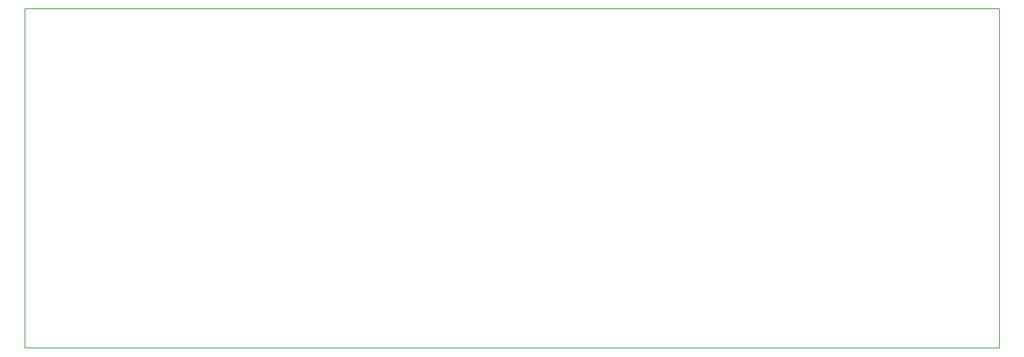
<source format=gm1>
G04 #@! TF.GenerationSoftware,KiCad,Pcbnew,8.0.6-8.0.6-0~ubuntu24.04.1*
G04 #@! TF.CreationDate,2024-11-10T23:39:52-05:00*
G04 #@! TF.ProjectId,array,61727261-792e-46b6-9963-61645f706362,rev?*
G04 #@! TF.SameCoordinates,Original*
G04 #@! TF.FileFunction,Profile,NP*
%FSLAX46Y46*%
G04 Gerber Fmt 4.6, Leading zero omitted, Abs format (unit mm)*
G04 Created by KiCad (PCBNEW 8.0.6-8.0.6-0~ubuntu24.04.1) date 2024-11-10 23:39:52*
%MOMM*%
%LPD*%
G01*
G04 APERTURE LIST*
G04 #@! TA.AperFunction,Profile*
%ADD10C,0.200000*%
G04 #@! TD*
G04 APERTURE END LIST*
D10*
X44800000Y-44810000D02*
X263075000Y-44810000D01*
X263075000Y-121000000D01*
X44800000Y-121000000D01*
X44800000Y-44810000D01*
M02*

</source>
